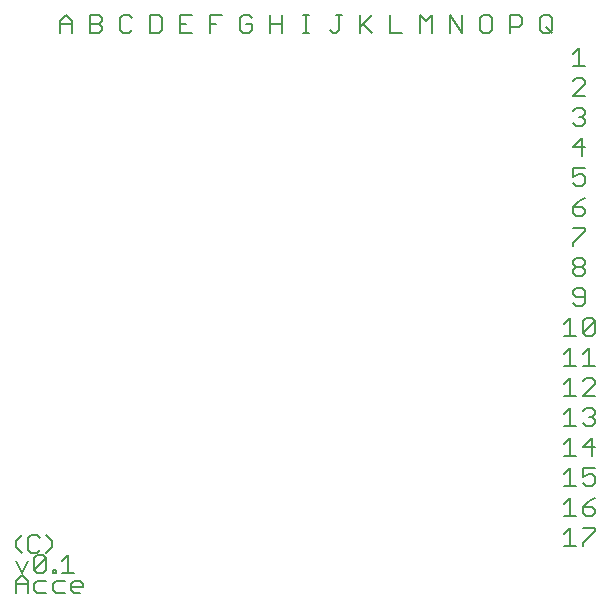
<source format=gto>
G75*
%MOIN*%
%OFA0B0*%
%FSLAX25Y25*%
%IPPOS*%
%LPD*%
%AMOC8*
5,1,8,0,0,1.08239X$1,22.5*
%
%ADD10C,0.00700*%
D10*
X0003581Y0003581D02*
X0003581Y0007580D01*
X0005580Y0009579D01*
X0007580Y0007580D01*
X0007580Y0003581D01*
X0009744Y0004581D02*
X0010743Y0003581D01*
X0013742Y0003581D01*
X0015906Y0004581D02*
X0016906Y0003581D01*
X0019905Y0003581D01*
X0022069Y0004581D02*
X0022069Y0006580D01*
X0023069Y0007580D01*
X0025068Y0007580D01*
X0026068Y0006580D01*
X0026068Y0005580D01*
X0022069Y0005580D01*
X0022069Y0004581D02*
X0023069Y0003581D01*
X0025068Y0003581D01*
X0019905Y0007580D02*
X0016906Y0007580D01*
X0015906Y0006580D01*
X0015906Y0004581D01*
X0013742Y0007580D02*
X0010743Y0007580D01*
X0009744Y0006580D01*
X0009744Y0004581D01*
X0007580Y0006580D02*
X0003581Y0006580D01*
X0005580Y0010274D02*
X0007580Y0014273D01*
X0009744Y0015272D02*
X0010743Y0016272D01*
X0012743Y0016272D01*
X0013742Y0015272D01*
X0009744Y0011274D01*
X0010743Y0010274D01*
X0012743Y0010274D01*
X0013742Y0011274D01*
X0013742Y0015272D01*
X0013852Y0016967D02*
X0015852Y0018966D01*
X0015852Y0020965D01*
X0013852Y0022965D01*
X0011688Y0021965D02*
X0010688Y0022965D01*
X0008689Y0022965D01*
X0007689Y0021965D01*
X0007689Y0017966D01*
X0008689Y0016967D01*
X0010688Y0016967D01*
X0011688Y0017966D01*
X0009744Y0015272D02*
X0009744Y0011274D01*
X0005580Y0010274D02*
X0003581Y0014273D01*
X0005580Y0016967D02*
X0003581Y0018966D01*
X0003581Y0020965D01*
X0005580Y0022965D01*
X0015906Y0011274D02*
X0016906Y0011274D01*
X0016906Y0010274D01*
X0015906Y0010274D01*
X0015906Y0011274D01*
X0018988Y0010274D02*
X0022987Y0010274D01*
X0020987Y0010274D02*
X0020987Y0016272D01*
X0018988Y0014273D01*
X0186418Y0019427D02*
X0190417Y0019427D01*
X0188418Y0019427D02*
X0188418Y0025425D01*
X0186418Y0023426D01*
X0186418Y0029427D02*
X0190417Y0029427D01*
X0188418Y0029427D02*
X0188418Y0035425D01*
X0186418Y0033426D01*
X0186418Y0039427D02*
X0190417Y0039427D01*
X0188418Y0039427D02*
X0188418Y0045425D01*
X0186418Y0043426D01*
X0186418Y0049427D02*
X0190417Y0049427D01*
X0188418Y0049427D02*
X0188418Y0055425D01*
X0186418Y0053426D01*
X0186418Y0059427D02*
X0190417Y0059427D01*
X0188418Y0059427D02*
X0188418Y0065425D01*
X0186418Y0063426D01*
X0186418Y0069427D02*
X0190417Y0069427D01*
X0188418Y0069427D02*
X0188418Y0075425D01*
X0186418Y0073426D01*
X0186418Y0079427D02*
X0190417Y0079427D01*
X0188418Y0079427D02*
X0188418Y0085425D01*
X0186418Y0083426D01*
X0186418Y0089427D02*
X0190417Y0089427D01*
X0188418Y0089427D02*
X0188418Y0095425D01*
X0186418Y0093426D01*
X0192581Y0094426D02*
X0192581Y0090427D01*
X0196580Y0094426D01*
X0196580Y0090427D01*
X0195580Y0089427D01*
X0193581Y0089427D01*
X0192581Y0090427D01*
X0192581Y0094426D02*
X0193581Y0095425D01*
X0195580Y0095425D01*
X0196580Y0094426D01*
X0192499Y0099427D02*
X0193498Y0100427D01*
X0193498Y0104426D01*
X0192499Y0105425D01*
X0190499Y0105425D01*
X0189500Y0104426D01*
X0189500Y0103426D01*
X0190499Y0102426D01*
X0193498Y0102426D01*
X0192499Y0099427D02*
X0190499Y0099427D01*
X0189500Y0100427D01*
X0190499Y0109427D02*
X0189500Y0110427D01*
X0189500Y0111427D01*
X0190499Y0112426D01*
X0192499Y0112426D01*
X0193498Y0111427D01*
X0193498Y0110427D01*
X0192499Y0109427D01*
X0190499Y0109427D01*
X0190499Y0112426D02*
X0189500Y0113426D01*
X0189500Y0114426D01*
X0190499Y0115425D01*
X0192499Y0115425D01*
X0193498Y0114426D01*
X0193498Y0113426D01*
X0192499Y0112426D01*
X0189500Y0119427D02*
X0189500Y0120427D01*
X0193498Y0124426D01*
X0193498Y0125425D01*
X0189500Y0125425D01*
X0190499Y0129427D02*
X0192499Y0129427D01*
X0193498Y0130427D01*
X0193498Y0131427D01*
X0192499Y0132426D01*
X0189500Y0132426D01*
X0189500Y0130427D01*
X0190499Y0129427D01*
X0189500Y0132426D02*
X0191499Y0134426D01*
X0193498Y0135425D01*
X0192499Y0139427D02*
X0190499Y0139427D01*
X0189500Y0140427D01*
X0189500Y0142426D02*
X0191499Y0143426D01*
X0192499Y0143426D01*
X0193498Y0142426D01*
X0193498Y0140427D01*
X0192499Y0139427D01*
X0189500Y0142426D02*
X0189500Y0145425D01*
X0193498Y0145425D01*
X0192499Y0149427D02*
X0192499Y0155425D01*
X0189500Y0152426D01*
X0193498Y0152426D01*
X0192499Y0159427D02*
X0190499Y0159427D01*
X0189500Y0160427D01*
X0191499Y0162426D02*
X0192499Y0162426D01*
X0193498Y0161427D01*
X0193498Y0160427D01*
X0192499Y0159427D01*
X0192499Y0162426D02*
X0193498Y0163426D01*
X0193498Y0164426D01*
X0192499Y0165425D01*
X0190499Y0165425D01*
X0189500Y0164426D01*
X0189500Y0169427D02*
X0193498Y0173426D01*
X0193498Y0174426D01*
X0192499Y0175425D01*
X0190499Y0175425D01*
X0189500Y0174426D01*
X0189500Y0179427D02*
X0193498Y0179427D01*
X0191499Y0179427D02*
X0191499Y0185425D01*
X0189500Y0183426D01*
X0182498Y0190427D02*
X0180499Y0192427D01*
X0182498Y0191427D02*
X0181499Y0190427D01*
X0179499Y0190427D01*
X0178500Y0191427D01*
X0178500Y0195426D01*
X0179499Y0196425D01*
X0181499Y0196425D01*
X0182498Y0195426D01*
X0182498Y0191427D01*
X0172498Y0193426D02*
X0171499Y0192427D01*
X0168500Y0192427D01*
X0168500Y0190427D02*
X0168500Y0196425D01*
X0171499Y0196425D01*
X0172498Y0195426D01*
X0172498Y0193426D01*
X0162498Y0191427D02*
X0162498Y0195426D01*
X0161499Y0196425D01*
X0159499Y0196425D01*
X0158500Y0195426D01*
X0158500Y0191427D01*
X0159499Y0190427D01*
X0161499Y0190427D01*
X0162498Y0191427D01*
X0152498Y0190427D02*
X0152498Y0196425D01*
X0148500Y0196425D02*
X0152498Y0190427D01*
X0148500Y0190427D02*
X0148500Y0196425D01*
X0142498Y0196425D02*
X0142498Y0190427D01*
X0138500Y0190427D02*
X0138500Y0196425D01*
X0140499Y0194426D01*
X0142498Y0196425D01*
X0132498Y0190427D02*
X0128500Y0190427D01*
X0128500Y0196425D01*
X0122498Y0196425D02*
X0118500Y0192427D01*
X0119499Y0193426D02*
X0122498Y0190427D01*
X0118500Y0190427D02*
X0118500Y0196425D01*
X0112498Y0196425D02*
X0110499Y0196425D01*
X0111499Y0196425D02*
X0111499Y0191427D01*
X0110499Y0190427D01*
X0109499Y0190427D01*
X0108500Y0191427D01*
X0101526Y0190427D02*
X0099527Y0190427D01*
X0100526Y0190427D02*
X0100526Y0196425D01*
X0099527Y0196425D02*
X0101526Y0196425D01*
X0092498Y0196425D02*
X0092498Y0190427D01*
X0092498Y0193426D02*
X0088500Y0193426D01*
X0088500Y0190427D02*
X0088500Y0196425D01*
X0082498Y0195426D02*
X0081499Y0196425D01*
X0079499Y0196425D01*
X0078500Y0195426D01*
X0078500Y0191427D01*
X0079499Y0190427D01*
X0081499Y0190427D01*
X0082498Y0191427D01*
X0082498Y0193426D01*
X0080499Y0193426D01*
X0072498Y0196425D02*
X0068500Y0196425D01*
X0068500Y0190427D01*
X0068500Y0193426D02*
X0070499Y0193426D01*
X0062498Y0190427D02*
X0058500Y0190427D01*
X0058500Y0196425D01*
X0062498Y0196425D01*
X0060499Y0193426D02*
X0058500Y0193426D01*
X0052498Y0191427D02*
X0052498Y0195426D01*
X0051499Y0196425D01*
X0048500Y0196425D01*
X0048500Y0190427D01*
X0051499Y0190427D01*
X0052498Y0191427D01*
X0042498Y0191427D02*
X0041499Y0190427D01*
X0039499Y0190427D01*
X0038500Y0191427D01*
X0038500Y0195426D01*
X0039499Y0196425D01*
X0041499Y0196425D01*
X0042498Y0195426D01*
X0032498Y0195426D02*
X0032498Y0194426D01*
X0031499Y0193426D01*
X0028500Y0193426D01*
X0028500Y0190427D02*
X0031499Y0190427D01*
X0032498Y0191427D01*
X0032498Y0192427D01*
X0031499Y0193426D01*
X0032498Y0195426D02*
X0031499Y0196425D01*
X0028500Y0196425D01*
X0028500Y0190427D01*
X0022498Y0190427D02*
X0022498Y0194426D01*
X0020499Y0196425D01*
X0018500Y0194426D01*
X0018500Y0190427D01*
X0018500Y0193426D02*
X0022498Y0193426D01*
X0189500Y0169427D02*
X0193498Y0169427D01*
X0194580Y0085425D02*
X0194580Y0079427D01*
X0192581Y0079427D02*
X0196580Y0079427D01*
X0195580Y0075425D02*
X0193581Y0075425D01*
X0192581Y0074426D01*
X0195580Y0075425D02*
X0196580Y0074426D01*
X0196580Y0073426D01*
X0192581Y0069427D01*
X0196580Y0069427D01*
X0195580Y0065425D02*
X0193581Y0065425D01*
X0192581Y0064426D01*
X0194580Y0062426D02*
X0195580Y0062426D01*
X0196580Y0061427D01*
X0196580Y0060427D01*
X0195580Y0059427D01*
X0193581Y0059427D01*
X0192581Y0060427D01*
X0195580Y0062426D02*
X0196580Y0063426D01*
X0196580Y0064426D01*
X0195580Y0065425D01*
X0195580Y0055425D02*
X0192581Y0052426D01*
X0196580Y0052426D01*
X0195580Y0049427D02*
X0195580Y0055425D01*
X0196580Y0045425D02*
X0192581Y0045425D01*
X0192581Y0042426D01*
X0194580Y0043426D01*
X0195580Y0043426D01*
X0196580Y0042426D01*
X0196580Y0040427D01*
X0195580Y0039427D01*
X0193581Y0039427D01*
X0192581Y0040427D01*
X0194580Y0034426D02*
X0192581Y0032426D01*
X0195580Y0032426D01*
X0196580Y0031427D01*
X0196580Y0030427D01*
X0195580Y0029427D01*
X0193581Y0029427D01*
X0192581Y0030427D01*
X0192581Y0032426D01*
X0194580Y0034426D02*
X0196580Y0035425D01*
X0196580Y0025425D02*
X0192581Y0025425D01*
X0196580Y0025425D02*
X0196580Y0024426D01*
X0192581Y0020427D01*
X0192581Y0019427D01*
X0192581Y0083426D02*
X0194580Y0085425D01*
M02*

</source>
